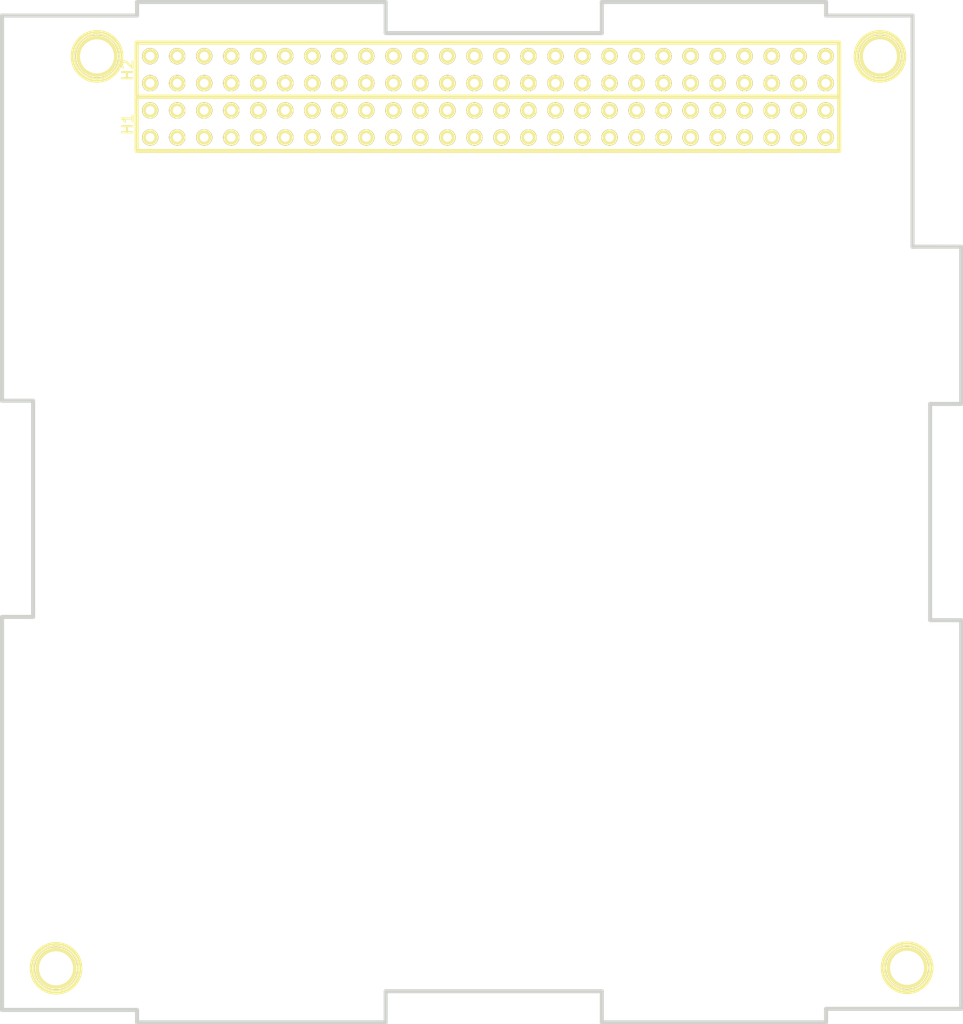
<source format=kicad_pcb>
(kicad_pcb (version 20221018) (generator pcbnew)
  (layers (0 "F.Cu" signal "Front") (31 "B.Cu" signal "Back") (34 "B.Paste" user) (35 "F.Paste" user) (36 "B.SilkS" user "B.Silkscreen") (37 "F.SilkS" user "F.Silkscreen") (38 "B.Mask" user) (39 "F.Mask" user) (44 "Edge.Cuts" user))
  (net 0 "")
  (net 1 "Net-(H1-Pad1)")
  (net 2 "Net-(H1-Pad2)")
  (net 3 "Net-(H1-Pad3)")
  (net 4 "Net-(H1-Pad4)")
  (net 5 "Net-(H1-Pad5)")
  (net 6 "Net-(H1-Pad6)")
  (net 7 "Net-(H1-Pad7)")
  (net 8 "Net-(H1-Pad8)")
  (net 9 "Net-(H1-Pad9)")
  (net 10 "Net-(H1-Pad10)")
  (net 11 "Net-(H1-Pad11)")
  (net 12 "Net-(H1-Pad12)")
  (net 13 "Net-(H1-Pad13)")
  (net 14 "Net-(H1-Pad14)")
  (net 15 "Net-(H1-Pad15)")
  (net 16 "Net-(H1-Pad16)")
  (net 17 "Net-(H1-Pad17)")
  (net 18 "Net-(H1-Pad18)")
  (net 19 "Net-(H1-Pad19)")
  (net 20 "Net-(H1-Pad20)")
  (net 21 "Net-(H1-Pad21)")
  (net 22 "Net-(H1-Pad22)")
  (net 23 "Net-(H1-Pad23)")
  (net 24 "Net-(H1-Pad24)")
  (net 25 "Net-(H1-Pad25)")
  (net 26 "Net-(H1-Pad26)")
  (net 27 "Net-(H1-Pad27)")
  (net 28 "Net-(H1-Pad28)")
  (net 29 "Net-(H1-Pad29)")
  (net 30 "Net-(H1-Pad30)")
  (net 31 "Net-(H1-Pad31)")
  (net 32 "Net-(H1-Pad32)")
  (net 33 "Net-(H1-Pad33)")
  (net 34 "Net-(H1-Pad34)")
  (net 35 "Net-(H1-Pad35)")
  (net 36 "Net-(H1-Pad36)")
  (net 37 "Net-(H1-Pad37)")
  (net 38 "Net-(H1-Pad38)")
  (net 39 "Net-(H1-Pad39)")
  (net 40 "Net-(H1-Pad40)")
  (net 41 "Net-(H1-Pad41)")
  (net 42 "Net-(H1-Pad42)")
  (net 43 "Net-(H1-Pad43)")
  (net 44 "Net-(H1-Pad44)")
  (net 45 "Net-(H1-Pad45)")
  (net 46 "Net-(H1-Pad46)")
  (net 47 "Net-(H1-Pad47)")
  (net 48 "Net-(H1-Pad48)")
  (net 49 "Net-(H1-Pad49)")
  (net 50 "Net-(H1-Pad50)")
  (net 51 "Net-(H1-Pad51)")
  (net 52 "Net-(H1-Pad52)")
  (net 53 "Net-(H2-Pad1)")
  (net 54 "Net-(H2-Pad2)")
  (net 55 "Net-(H2-Pad3)")
  (net 56 "Net-(H2-Pad4)")
  (net 57 "Net-(H2-Pad5)")
  (net 58 "Net-(H2-Pad6)")
  (net 59 "Net-(H2-Pad7)")
  (net 60 "Net-(H2-Pad8)")
  (net 61 "Net-(H2-Pad9)")
  (net 62 "Net-(H2-Pad10)")
  (net 63 "Net-(H2-Pad11)")
  (net 64 "Net-(H2-Pad12)")
  (net 65 "Net-(H2-Pad13)")
  (net 66 "Net-(H2-Pad14)")
  (net 67 "Net-(H2-Pad15)")
  (net 68 "Net-(H2-Pad16)")
  (net 69 "Net-(H2-Pad17)")
  (net 70 "Net-(H2-Pad18)")
  (net 71 "Net-(H2-Pad19)")
  (net 72 "Net-(H2-Pad20)")
  (net 73 "Net-(H2-Pad21)")
  (net 74 "Net-(H2-Pad22)")
  (net 75 "Net-(H2-Pad23)")
  (net 76 "Net-(H2-Pad24)")
  (net 77 "Net-(H2-Pad25)")
  (net 78 "Net-(H2-Pad26)")
  (net 79 "Net-(H2-Pad27)")
  (net 80 "Net-(H2-Pad28)")
  (net 81 "Net-(H2-Pad29)")
  (net 82 "Net-(H2-Pad30)")
  (net 83 "Net-(H2-Pad31)")
  (net 84 "Net-(H2-Pad32)")
  (net 85 "Net-(H2-Pad33)")
  (net 86 "Net-(H2-Pad34)")
  (net 87 "Net-(H2-Pad35)")
  (net 88 "Net-(H2-Pad36)")
  (net 89 "Net-(H2-Pad37)")
  (net 90 "Net-(H2-Pad38)")
  (net 91 "Net-(H2-Pad39)")
  (net 92 "Net-(H2-Pad40)")
  (net 93 "Net-(H2-Pad41)")
  (net 94 "Net-(H2-Pad42)")
  (net 95 "Net-(H2-Pad43)")
  (net 96 "Net-(H2-Pad44)")
  (net 97 "Net-(H2-Pad45)")
  (net 98 "Net-(H2-Pad46)")
  (net 99 "Net-(H2-Pad47)")
  (net 100 "Net-(H2-Pad48)")
  (net 101 "Net-(H2-Pad49)")
  (net 102 "Net-(H2-Pad50)")
  (net 103 "Net-(H2-Pad51)")
  (net 104 "Net-(H2-Pad52)")
  (footprint "1pin" (layer "F.Cu") (at 77.50048 48.75022)
    (fp_text reference "1PIN" hide)
    (fp_text value "P***" hide)
    (fp_circle (center 0 0) (end 0 -2.286) (stroke (width 0.381)) (fill none) (layer "F.SilkS"))
    (pad "1" thru_hole circle (at 0 0) (size 4.064 4.064) (drill 3.2004) (layers "*.Cu" "*.Mask" "F.SilkS"))
  )
  (footprint "1pin" (layer "F.Cu") (at 151.09952 48.75022)
    (fp_text reference "1PIN" hide)
    (fp_text value "P***" hide)
    (fp_circle (center 0 0) (end 0 -2.286) (stroke (width 0.381)) (fill none) (layer "F.SilkS"))
    (pad "1" thru_hole circle (at 0 0) (size 4.064 4.064) (drill 3.2004) (layers "*.Cu" "*.Mask" "F.SilkS"))
  )
  (footprint "1pin" (layer "F.Cu") (at 73.64984 134.44982)
    (fp_text reference "1PIN" hide)
    (fp_text value "P***" hide)
    (fp_circle (center 0 0) (end 0 -2.286) (stroke (width 0.381)) (fill none) (layer "F.SilkS"))
    (pad "1" thru_hole circle (at 0 0) (size 4.064 4.064) (drill 3.2004) (layers "*.Cu" "*.Mask" "F.SilkS"))
  )
  (footprint "1pin" (layer "F.Cu") (at 153.64968 134.39902)
    (fp_text reference "1PIN" hide)
    (fp_text value "P***" hide)
    (fp_circle (center 0 0) (end 0 -2.286) (stroke (width 0.381)) (fill none) (layer "F.SilkS"))
    (pad "1" thru_hole circle (at 0 0) (size 4.064 4.064) (drill 3.2004) (layers "*.Cu" "*.Mask" "F.SilkS"))
  )
  (footprint "Connectors:CONN_2.54mm_2x26" (layer "F.Cu") (at 114.2492 55.10022 90)
    (fp_text reference "H1" hide)
    (fp_text value "H1" (at -0.01778 -33.8582 90) (layer "F.SilkS") (effects (font (thickness 0.2))))
    (fp_line (start -2.54 -33.02) (end 2.54 -33.02) (stroke (width 0.381)) (layer "F.SilkS"))
    (fp_line (start -2.54 33.02) (end -2.54 -33.02) (stroke (width 0.381)) (layer "F.SilkS"))
    (fp_line (start 2.54 -33.02) (end 2.54 33.02) (stroke (width 0.381)) (layer "F.SilkS"))
    (fp_line (start 2.54 33.02) (end -2.54 33.02) (stroke (width 0.381)) (layer "F.SilkS"))
    (pad "1" thru_hole circle (at -1.27 -31.75 90) (size 1.524 1.524) (drill 0.8128) (layers "*.Cu" "*.Mask" "F.SilkS") (net 1 "Net-(H1-Pad1)"))
    (pad "2" thru_hole circle (at 1.27 -31.75 90) (size 1.524 1.524) (drill 0.8128) (layers "*.Cu" "*.Mask" "F.SilkS") (net 2 "Net-(H1-Pad2)"))
    (pad "3" thru_hole circle (at -1.27 -29.21 90) (size 1.524 1.524) (drill 0.8128) (layers "*.Cu" "*.Mask" "F.SilkS") (net 3 "Net-(H1-Pad3)"))
    (pad "4" thru_hole circle (at 1.27 -29.21 90) (size 1.524 1.524) (drill 0.8128) (layers "*.Cu" "*.Mask" "F.SilkS") (net 4 "Net-(H1-Pad4)"))
    (pad "5" thru_hole circle (at -1.27 -26.67 90) (size 1.524 1.524) (drill 0.8128) (layers "*.Cu" "*.Mask" "F.SilkS") (net 5 "Net-(H1-Pad5)"))
    (pad "6" thru_hole circle (at 1.27 -26.67 90) (size 1.524 1.524) (drill 0.8128) (layers "*.Cu" "*.Mask" "F.SilkS") (net 6 "Net-(H1-Pad6)"))
    (pad "7" thru_hole circle (at -1.27 -24.13 90) (size 1.524 1.524) (drill 0.8128) (layers "*.Cu" "*.Mask" "F.SilkS") (net 7 "Net-(H1-Pad7)"))
    (pad "8" thru_hole circle (at 1.27 -24.13 90) (size 1.524 1.524) (drill 0.8128) (layers "*.Cu" "*.Mask" "F.SilkS") (net 8 "Net-(H1-Pad8)"))
    (pad "9" thru_hole circle (at -1.27 -21.59 90) (size 1.524 1.524) (drill 0.8128) (layers "*.Cu" "*.Mask" "F.SilkS") (net 9 "Net-(H1-Pad9)"))
    (pad "10" thru_hole circle (at 1.27 -21.59 90) (size 1.524 1.524) (drill 0.8128) (layers "*.Cu" "*.Mask" "F.SilkS") (net 10 "Net-(H1-Pad10)"))
    (pad "11" thru_hole circle (at -1.27 -19.05 90) (size 1.524 1.524) (drill 0.8128) (layers "*.Cu" "*.Mask" "F.SilkS") (net 11 "Net-(H1-Pad11)"))
    (pad "12" thru_hole circle (at 1.27 -19.05 90) (size 1.524 1.524) (drill 0.8128) (layers "*.Cu" "*.Mask" "F.SilkS") (net 12 "Net-(H1-Pad12)"))
    (pad "13" thru_hole circle (at -1.27 -16.51 90) (size 1.524 1.524) (drill 0.8128) (layers "*.Cu" "*.Mask" "F.SilkS") (net 13 "Net-(H1-Pad13)"))
    (pad "14" thru_hole circle (at 1.27 -16.51 90) (size 1.524 1.524) (drill 0.8128) (layers "*.Cu" "*.Mask" "F.SilkS") (net 14 "Net-(H1-Pad14)"))
    (pad "15" thru_hole circle (at -1.27 -13.97 90) (size 1.524 1.524) (drill 0.8128) (layers "*.Cu" "*.Mask" "F.SilkS") (net 15 "Net-(H1-Pad15)"))
    (pad "16" thru_hole circle (at 1.27 -13.97 90) (size 1.524 1.524) (drill 0.8128) (layers "*.Cu" "*.Mask" "F.SilkS") (net 16 "Net-(H1-Pad16)"))
    (pad "17" thru_hole circle (at -1.27 -11.43 90) (size 1.524 1.524) (drill 0.8128) (layers "*.Cu" "*.Mask" "F.SilkS") (net 17 "Net-(H1-Pad17)"))
    (pad "18" thru_hole circle (at 1.27 -11.43 90) (size 1.524 1.524) (drill 0.8128) (layers "*.Cu" "*.Mask" "F.SilkS") (net 18 "Net-(H1-Pad18)"))
    (pad "19" thru_hole circle (at -1.27 -8.89 90) (size 1.524 1.524) (drill 0.8128) (layers "*.Cu" "*.Mask" "F.SilkS") (net 19 "Net-(H1-Pad19)"))
    (pad "20" thru_hole circle (at 1.27 -8.89 90) (size 1.524 1.524) (drill 0.8128) (layers "*.Cu" "*.Mask" "F.SilkS") (net 20 "Net-(H1-Pad20)"))
    (pad "21" thru_hole circle (at -1.27 -6.35 90) (size 1.524 1.524) (drill 0.8128) (layers "*.Cu" "*.Mask" "F.SilkS") (net 21 "Net-(H1-Pad21)"))
    (pad "22" thru_hole circle (at 1.27 -6.35 90) (size 1.524 1.524) (drill 0.8128) (layers "*.Cu" "*.Mask" "F.SilkS") (net 22 "Net-(H1-Pad22)"))
    (pad "23" thru_hole circle (at -1.27 -3.81 90) (size 1.524 1.524) (drill 0.8128) (layers "*.Cu" "*.Mask" "F.SilkS") (net 23 "Net-(H1-Pad23)"))
    (pad "24" thru_hole circle (at 1.27 -3.81 90) (size 1.524 1.524) (drill 0.8128) (layers "*.Cu" "*.Mask" "F.SilkS") (net 24 "Net-(H1-Pad24)"))
    (pad "25" thru_hole circle (at -1.27 -1.27 90) (size 1.524 1.524) (drill 0.8128) (layers "*.Cu" "*.Mask" "F.SilkS") (net 25 "Net-(H1-Pad25)"))
    (pad "26" thru_hole circle (at 1.27 -1.27 90) (size 1.524 1.524) (drill 0.8128) (layers "*.Cu" "*.Mask" "F.SilkS") (net 26 "Net-(H1-Pad26)"))
    (pad "27" thru_hole circle (at -1.27 1.27 90) (size 1.524 1.524) (drill 0.8128) (layers "*.Cu" "*.Mask" "F.SilkS") (net 27 "Net-(H1-Pad27)"))
    (pad "28" thru_hole circle (at 1.27 1.27 90) (size 1.524 1.524) (drill 0.8128) (layers "*.Cu" "*.Mask" "F.SilkS") (net 28 "Net-(H1-Pad28)"))
    (pad "29" thru_hole circle (at -1.27 3.81 90) (size 1.524 1.524) (drill 0.8128) (layers "*.Cu" "*.Mask" "F.SilkS") (net 29 "Net-(H1-Pad29)"))
    (pad "30" thru_hole circle (at 1.27 3.81 90) (size 1.524 1.524) (drill 0.8128) (layers "*.Cu" "*.Mask" "F.SilkS") (net 30 "Net-(H1-Pad30)"))
    (pad "31" thru_hole circle (at -1.27 6.35 90) (size 1.524 1.524) (drill 0.8128) (layers "*.Cu" "*.Mask" "F.SilkS") (net 31 "Net-(H1-Pad31)"))
    (pad "32" thru_hole circle (at 1.27 6.35 90) (size 1.524 1.524) (drill 0.8128) (layers "*.Cu" "*.Mask" "F.SilkS") (net 32 "Net-(H1-Pad32)"))
    (pad "33" thru_hole circle (at -1.27 8.89 90) (size 1.524 1.524) (drill 0.8128) (layers "*.Cu" "*.Mask" "F.SilkS") (net 33 "Net-(H1-Pad33)"))
    (pad "34" thru_hole circle (at 1.27 8.89 90) (size 1.524 1.524) (drill 0.8128) (layers "*.Cu" "*.Mask" "F.SilkS") (net 34 "Net-(H1-Pad34)"))
    (pad "35" thru_hole circle (at -1.27 11.43 90) (size 1.524 1.524) (drill 0.8128) (layers "*.Cu" "*.Mask" "F.SilkS") (net 35 "Net-(H1-Pad35)"))
    (pad "36" thru_hole circle (at 1.27 11.43 90) (size 1.524 1.524) (drill 0.8128) (layers "*.Cu" "*.Mask" "F.SilkS") (net 36 "Net-(H1-Pad36)"))
    (pad "37" thru_hole circle (at -1.27 13.97 90) (size 1.524 1.524) (drill 0.8128) (layers "*.Cu" "*.Mask" "F.SilkS") (net 37 "Net-(H1-Pad37)"))
    (pad "38" thru_hole circle (at 1.27 13.97 90) (size 1.524 1.524) (drill 0.8128) (layers "*.Cu" "*.Mask" "F.SilkS") (net 38 "Net-(H1-Pad38)"))
    (pad "39" thru_hole circle (at -1.27 16.51 90) (size 1.524 1.524) (drill 0.8128) (layers "*.Cu" "*.Mask" "F.SilkS") (net 39 "Net-(H1-Pad39)"))
    (pad "40" thru_hole circle (at 1.27 16.51 90) (size 1.524 1.524) (drill 0.8128) (layers "*.Cu" "*.Mask" "F.SilkS") (net 40 "Net-(H1-Pad40)"))
    (pad "41" thru_hole circle (at -1.27 19.05 90) (size 1.524 1.524) (drill 0.8128) (layers "*.Cu" "*.Mask" "F.SilkS") (net 41 "Net-(H1-Pad41)"))
    (pad "42" thru_hole circle (at 1.27 19.05 90) (size 1.524 1.524) (drill 0.8128) (layers "*.Cu" "*.Mask" "F.SilkS") (net 42 "Net-(H1-Pad42)"))
    (pad "43" thru_hole circle (at -1.27 21.59 90) (size 1.524 1.524) (drill 0.8128) (layers "*.Cu" "*.Mask" "F.SilkS") (net 43 "Net-(H1-Pad43)"))
    (pad "44" thru_hole circle (at 1.27 21.59 90) (size 1.524 1.524) (drill 0.8128) (layers "*.Cu" "*.Mask" "F.SilkS") (net 44 "Net-(H1-Pad44)"))
    (pad "45" thru_hole circle (at -1.27 24.13 90) (size 1.524 1.524) (drill 0.8128) (layers "*.Cu" "*.Mask" "F.SilkS") (net 45 "Net-(H1-Pad45)"))
    (pad "46" thru_hole circle (at 1.27 24.13 90) (size 1.524 1.524) (drill 0.8128) (layers "*.Cu" "*.Mask" "F.SilkS") (net 46 "Net-(H1-Pad46)"))
    (pad "47" thru_hole circle (at -1.27 26.67 90) (size 1.524 1.524) (drill 0.8128) (layers "*.Cu" "*.Mask" "F.SilkS") (net 47 "Net-(H1-Pad47)"))
    (pad "48" thru_hole circle (at 1.27 26.67 90) (size 1.524 1.524) (drill 0.8128) (layers "*.Cu" "*.Mask" "F.SilkS") (net 48 "Net-(H1-Pad48)"))
    (pad "49" thru_hole circle (at -1.27 29.21 90) (size 1.524 1.524) (drill 0.8128) (layers "*.Cu" "*.Mask" "F.SilkS") (net 49 "Net-(H1-Pad49)"))
    (pad "50" thru_hole circle (at 1.27 29.21 90) (size 1.524 1.524) (drill 0.8128) (layers "*.Cu" "*.Mask" "F.SilkS") (net 50 "Net-(H1-Pad50)"))
    (pad "51" thru_hole circle (at -1.27 31.75 90) (size 1.524 1.524) (drill 0.8128) (layers "*.Cu" "*.Mask" "F.SilkS") (net 51 "Net-(H1-Pad51)"))
    (pad "52" thru_hole circle (at 1.27 31.75 90) (size 1.524 1.524) (drill 0.8128) (layers "*.Cu" "*.Mask" "F.SilkS") (net 52 "Net-(H1-Pad52)"))
  )
  (footprint "Connectors:CONN_2.54mm_2x26" (layer "F.Cu") (at 114.2492 49.9999 90)
    (fp_text reference "H2" hide)
    (fp_text value "H2" (at -0.0381 -33.8582 90) (layer "F.SilkS") (effects (font (thickness 0.2))))
    (fp_line (start -2.54 -33.02) (end 2.54 -33.02) (stroke (width 0.381)) (layer "F.SilkS"))
    (fp_line (start -2.54 33.02) (end -2.54 -33.02) (stroke (width 0.381)) (layer "F.SilkS"))
    (fp_line (start 2.54 -33.02) (end 2.54 33.02) (stroke (width 0.381)) (layer "F.SilkS"))
    (fp_line (start 2.54 33.02) (end -2.54 33.02) (stroke (width 0.381)) (layer "F.SilkS"))
    (pad "1" thru_hole circle (at -1.27 -31.75 90) (size 1.524 1.524) (drill 0.8128) (layers "*.Cu" "*.Mask" "F.SilkS") (net 53 "Net-(H2-Pad1)"))
    (pad "2" thru_hole circle (at 1.27 -31.75 90) (size 1.524 1.524) (drill 0.8128) (layers "*.Cu" "*.Mask" "F.SilkS") (net 54 "Net-(H2-Pad2)"))
    (pad "3" thru_hole circle (at -1.27 -29.21 90) (size 1.524 1.524) (drill 0.8128) (layers "*.Cu" "*.Mask" "F.SilkS") (net 55 "Net-(H2-Pad3)"))
    (pad "4" thru_hole circle (at 1.27 -29.21 90) (size 1.524 1.524) (drill 0.8128) (layers "*.Cu" "*.Mask" "F.SilkS") (net 56 "Net-(H2-Pad4)"))
    (pad "5" thru_hole circle (at -1.27 -26.67 90) (size 1.524 1.524) (drill 0.8128) (layers "*.Cu" "*.Mask" "F.SilkS") (net 57 "Net-(H2-Pad5)"))
    (pad "6" thru_hole circle (at 1.27 -26.67 90) (size 1.524 1.524) (drill 0.8128) (layers "*.Cu" "*.Mask" "F.SilkS") (net 58 "Net-(H2-Pad6)"))
    (pad "7" thru_hole circle (at -1.27 -24.13 90) (size 1.524 1.524) (drill 0.8128) (layers "*.Cu" "*.Mask" "F.SilkS") (net 59 "Net-(H2-Pad7)"))
    (pad "8" thru_hole circle (at 1.27 -24.13 90) (size 1.524 1.524) (drill 0.8128) (layers "*.Cu" "*.Mask" "F.SilkS") (net 60 "Net-(H2-Pad8)"))
    (pad "9" thru_hole circle (at -1.27 -21.59 90) (size 1.524 1.524) (drill 0.8128) (layers "*.Cu" "*.Mask" "F.SilkS") (net 61 "Net-(H2-Pad9)"))
    (pad "10" thru_hole circle (at 1.27 -21.59 90) (size 1.524 1.524) (drill 0.8128) (layers "*.Cu" "*.Mask" "F.SilkS") (net 62 "Net-(H2-Pad10)"))
    (pad "11" thru_hole circle (at -1.27 -19.05 90) (size 1.524 1.524) (drill 0.8128) (layers "*.Cu" "*.Mask" "F.SilkS") (net 63 "Net-(H2-Pad11)"))
    (pad "12" thru_hole circle (at 1.27 -19.05 90) (size 1.524 1.524) (drill 0.8128) (layers "*.Cu" "*.Mask" "F.SilkS") (net 64 "Net-(H2-Pad12)"))
    (pad "13" thru_hole circle (at -1.27 -16.51 90) (size 1.524 1.524) (drill 0.8128) (layers "*.Cu" "*.Mask" "F.SilkS") (net 65 "Net-(H2-Pad13)"))
    (pad "14" thru_hole circle (at 1.27 -16.51 90) (size 1.524 1.524) (drill 0.8128) (layers "*.Cu" "*.Mask" "F.SilkS") (net 66 "Net-(H2-Pad14)"))
    (pad "15" thru_hole circle (at -1.27 -13.97 90) (size 1.524 1.524) (drill 0.8128) (layers "*.Cu" "*.Mask" "F.SilkS") (net 67 "Net-(H2-Pad15)"))
    (pad "16" thru_hole circle (at 1.27 -13.97 90) (size 1.524 1.524) (drill 0.8128) (layers "*.Cu" "*.Mask" "F.SilkS") (net 68 "Net-(H2-Pad16)"))
    (pad "17" thru_hole circle (at -1.27 -11.43 90) (size 1.524 1.524) (drill 0.8128) (layers "*.Cu" "*.Mask" "F.SilkS") (net 69 "Net-(H2-Pad17)"))
    (pad "18" thru_hole circle (at 1.27 -11.43 90) (size 1.524 1.524) (drill 0.8128) (layers "*.Cu" "*.Mask" "F.SilkS") (net 70 "Net-(H2-Pad18)"))
    (pad "19" thru_hole circle (at -1.27 -8.89 90) (size 1.524 1.524) (drill 0.8128) (layers "*.Cu" "*.Mask" "F.SilkS") (net 71 "Net-(H2-Pad19)"))
    (pad "20" thru_hole circle (at 1.27 -8.89 90) (size 1.524 1.524) (drill 0.8128) (layers "*.Cu" "*.Mask" "F.SilkS") (net 72 "Net-(H2-Pad20)"))
    (pad "21" thru_hole circle (at -1.27 -6.35 90) (size 1.524 1.524) (drill 0.8128) (layers "*.Cu" "*.Mask" "F.SilkS") (net 73 "Net-(H2-Pad21)"))
    (pad "22" thru_hole circle (at 1.27 -6.35 90) (size 1.524 1.524) (drill 0.8128) (layers "*.Cu" "*.Mask" "F.SilkS") (net 74 "Net-(H2-Pad22)"))
    (pad "23" thru_hole circle (at -1.27 -3.81 90) (size 1.524 1.524) (drill 0.8128) (layers "*.Cu" "*.Mask" "F.SilkS") (net 75 "Net-(H2-Pad23)"))
    (pad "24" thru_hole circle (at 1.27 -3.81 90) (size 1.524 1.524) (drill 0.8128) (layers "*.Cu" "*.Mask" "F.SilkS") (net 76 "Net-(H2-Pad24)"))
    (pad "25" thru_hole circle (at -1.27 -1.27 90) (size 1.524 1.524) (drill 0.8128) (layers "*.Cu" "*.Mask" "F.SilkS") (net 77 "Net-(H2-Pad25)"))
    (pad "26" thru_hole circle (at 1.27 -1.27 90) (size 1.524 1.524) (drill 0.8128) (layers "*.Cu" "*.Mask" "F.SilkS") (net 78 "Net-(H2-Pad26)"))
    (pad "27" thru_hole circle (at -1.27 1.27 90) (size 1.524 1.524) (drill 0.8128) (layers "*.Cu" "*.Mask" "F.SilkS") (net 79 "Net-(H2-Pad27)"))
    (pad "28" thru_hole circle (at 1.27 1.27 90) (size 1.524 1.524) (drill 0.8128) (layers "*.Cu" "*.Mask" "F.SilkS") (net 80 "Net-(H2-Pad28)"))
    (pad "29" thru_hole circle (at -1.27 3.81 90) (size 1.524 1.524) (drill 0.8128) (layers "*.Cu" "*.Mask" "F.SilkS") (net 81 "Net-(H2-Pad29)"))
    (pad "30" thru_hole circle (at 1.27 3.81 90) (size 1.524 1.524) (drill 0.8128) (layers "*.Cu" "*.Mask" "F.SilkS") (net 82 "Net-(H2-Pad30)"))
    (pad "31" thru_hole circle (at -1.27 6.35 90) (size 1.524 1.524) (drill 0.8128) (layers "*.Cu" "*.Mask" "F.SilkS") (net 83 "Net-(H2-Pad31)"))
    (pad "32" thru_hole circle (at 1.27 6.35 90) (size 1.524 1.524) (drill 0.8128) (layers "*.Cu" "*.Mask" "F.SilkS") (net 84 "Net-(H2-Pad32)"))
    (pad "33" thru_hole circle (at -1.27 8.89 90) (size 1.524 1.524) (drill 0.8128) (layers "*.Cu" "*.Mask" "F.SilkS") (net 85 "Net-(H2-Pad33)"))
    (pad "34" thru_hole circle (at 1.27 8.89 90) (size 1.524 1.524) (drill 0.8128) (layers "*.Cu" "*.Mask" "F.SilkS") (net 86 "Net-(H2-Pad34)"))
    (pad "35" thru_hole circle (at -1.27 11.43 90) (size 1.524 1.524) (drill 0.8128) (layers "*.Cu" "*.Mask" "F.SilkS") (net 87 "Net-(H2-Pad35)"))
    (pad "36" thru_hole circle (at 1.27 11.43 90) (size 1.524 1.524) (drill 0.8128) (layers "*.Cu" "*.Mask" "F.SilkS") (net 88 "Net-(H2-Pad36)"))
    (pad "37" thru_hole circle (at -1.27 13.97 90) (size 1.524 1.524) (drill 0.8128) (layers "*.Cu" "*.Mask" "F.SilkS") (net 89 "Net-(H2-Pad37)"))
    (pad "38" thru_hole circle (at 1.27 13.97 90) (size 1.524 1.524) (drill 0.8128) (layers "*.Cu" "*.Mask" "F.SilkS") (net 90 "Net-(H2-Pad38)"))
    (pad "39" thru_hole circle (at -1.27 16.51 90) (size 1.524 1.524) (drill 0.8128) (layers "*.Cu" "*.Mask" "F.SilkS") (net 91 "Net-(H2-Pad39)"))
    (pad "40" thru_hole circle (at 1.27 16.51 90) (size 1.524 1.524) (drill 0.8128) (layers "*.Cu" "*.Mask" "F.SilkS") (net 92 "Net-(H2-Pad40)"))
    (pad "41" thru_hole circle (at -1.27 19.05 90) (size 1.524 1.524) (drill 0.8128) (layers "*.Cu" "*.Mask" "F.SilkS") (net 93 "Net-(H2-Pad41)"))
    (pad "42" thru_hole circle (at 1.27 19.05 90) (size 1.524 1.524) (drill 0.8128) (layers "*.Cu" "*.Mask" "F.SilkS") (net 94 "Net-(H2-Pad42)"))
    (pad "43" thru_hole circle (at -1.27 21.59 90) (size 1.524 1.524) (drill 0.8128) (layers "*.Cu" "*.Mask" "F.SilkS") (net 95 "Net-(H2-Pad43)"))
    (pad "44" thru_hole circle (at 1.27 21.59 90) (size 1.524 1.524) (drill 0.8128) (layers "*.Cu" "*.Mask" "F.SilkS") (net 96 "Net-(H2-Pad44)"))
    (pad "45" thru_hole circle (at -1.27 24.13 90) (size 1.524 1.524) (drill 0.8128) (layers "*.Cu" "*.Mask" "F.SilkS") (net 97 "Net-(H2-Pad45)"))
    (pad "46" thru_hole circle (at 1.27 24.13 90) (size 1.524 1.524) (drill 0.8128) (layers "*.Cu" "*.Mask" "F.SilkS") (net 98 "Net-(H2-Pad46)"))
    (pad "47" thru_hole circle (at -1.27 26.67 90) (size 1.524 1.524) (drill 0.8128) (layers "*.Cu" "*.Mask" "F.SilkS") (net 99 "Net-(H2-Pad47)"))
    (pad "48" thru_hole circle (at 1.27 26.67 90) (size 1.524 1.524) (drill 0.8128) (layers "*.Cu" "*.Mask" "F.SilkS") (net 100 "Net-(H2-Pad48)"))
    (pad "49" thru_hole circle (at -1.27 29.21 90) (size 1.524 1.524) (drill 0.8128) (layers "*.Cu" "*.Mask" "F.SilkS") (net 101 "Net-(H2-Pad49)"))
    (pad "50" thru_hole circle (at 1.27 29.21 90) (size 1.524 1.524) (drill 0.8128) (layers "*.Cu" "*.Mask" "F.SilkS") (net 102 "Net-(H2-Pad50)"))
    (pad "51" thru_hole circle (at -1.27 31.75 90) (size 1.524 1.524) (drill 0.8128) (layers "*.Cu" "*.Mask" "F.SilkS") (net 103 "Net-(H2-Pad51)"))
    (pad "52" thru_hole circle (at 1.27 31.75 90) (size 1.524 1.524) (drill 0.8128) (layers "*.Cu" "*.Mask" "F.SilkS") (net 104 "Net-(H2-Pad52)"))
  )
  (gr_line (start 104.6353 46.56582) (end 104.6353 43.64482) (stroke (width 0.381)) (layer "Edge.Cuts"))
  (gr_line (start 124.9553 46.56582) (end 104.6353 46.56582) (stroke (width 0.381)) (layer "Edge.Cuts"))
  (gr_line (start 81.2673 139.52474) (end 104.6353 139.52474) (stroke (width 0.381)) (layer "Edge.Cuts"))
  (gr_line (start 158.7373 101.73462) (end 155.8163 101.73462) (stroke (width 0.381)) (layer "Edge.Cuts"))
  (gr_line (start 154.1653 44.91482) (end 146.0373 44.91482) (stroke (width 0.381)) (layer "Edge.Cuts"))
  (gr_line (start 68.57238 101.42982) (end 68.57238 138.35888) (stroke (width 0.381)) (layer "Edge.Cuts"))
  (gr_line (start 104.6353 136.60374) (end 124.9553 136.60374) (stroke (width 0.381)) (layer "Edge.Cuts"))
  (gr_line (start 124.9553 136.60374) (end 124.9553 139.52474) (stroke (width 0.381)) (layer "Edge.Cuts"))
  (gr_line (start 68.57238 44.91482) (end 68.57238 81.10982) (stroke (width 0.381)) (layer "Edge.Cuts"))
  (gr_line (start 104.6353 139.52474) (end 104.6353 136.60374) (stroke (width 0.381)) (layer "Edge.Cuts"))
  (gr_line (start 81.2673 44.91482) (end 68.57238 44.91482) (stroke (width 0.381)) (layer "Edge.Cuts"))
  (gr_line (start 146.0373 139.52474) (end 146.0373 138.25474) (stroke (width 0.381)) (layer "Edge.Cuts"))
  (gr_line (start 146.0373 44.91482) (end 146.0373 43.64482) (stroke (width 0.381)) (layer "Edge.Cuts"))
  (gr_line (start 81.2673 43.64482) (end 81.2673 44.91482) (stroke (width 0.381)) (layer "Edge.Cuts"))
  (gr_line (start 124.9553 139.52474) (end 146.0373 139.52474) (stroke (width 0.381)) (layer "Edge.Cuts"))
  (gr_line (start 154.1653 66.6369) (end 154.1653 44.91482) (stroke (width 0.381)) (layer "Edge.Cuts"))
  (gr_line (start 155.8163 81.41462) (end 158.7373 81.41462) (stroke (width 0.381)) (layer "Edge.Cuts"))
  (gr_line (start 146.0373 43.64482) (end 124.9553 43.64482) (stroke (width 0.381)) (layer "Edge.Cuts"))
  (gr_line (start 68.57238 81.10982) (end 71.49338 81.10982) (stroke (width 0.381)) (layer "Edge.Cuts"))
  (gr_line (start 158.7373 66.63182) (end 154.1653 66.6369) (stroke (width 0.381)) (layer "Edge.Cuts"))
  (gr_line (start 124.9553 43.64482) (end 124.9553 46.56582) (stroke (width 0.381)) (layer "Edge.Cuts"))
  (gr_line (start 71.49338 81.10982) (end 71.49338 101.42982) (stroke (width 0.381)) (layer "Edge.Cuts"))
  (gr_line (start 155.8163 101.73462) (end 155.8163 81.41462) (stroke (width 0.381)) (layer "Edge.Cuts"))
  (gr_line (start 158.7373 81.41462) (end 158.7373 66.63182) (stroke (width 0.381)) (layer "Edge.Cuts"))
  (gr_line (start 68.57238 138.35888) (end 81.2673 138.35888) (stroke (width 0.381)) (layer "Edge.Cuts"))
  (gr_line (start 104.6353 43.64482) (end 81.2673 43.64482) (stroke (width 0.381)) (layer "Edge.Cuts"))
  (gr_line (start 81.2673 138.35888) (end 81.2673 139.52474) (stroke (width 0.381)) (layer "Edge.Cuts"))
  (gr_line (start 146.0373 138.25474) (end 158.7373 138.25474) (stroke (width 0.381)) (layer "Edge.Cuts"))
  (gr_line (start 158.7373 138.25474) (end 158.7373 101.73462) (stroke (width 0.381)) (layer "Edge.Cuts"))
  (gr_line (start 71.49338 101.42982) (end 68.57238 101.42982) (stroke (width 0.381)) (layer "Edge.Cuts"))
)
</source>
